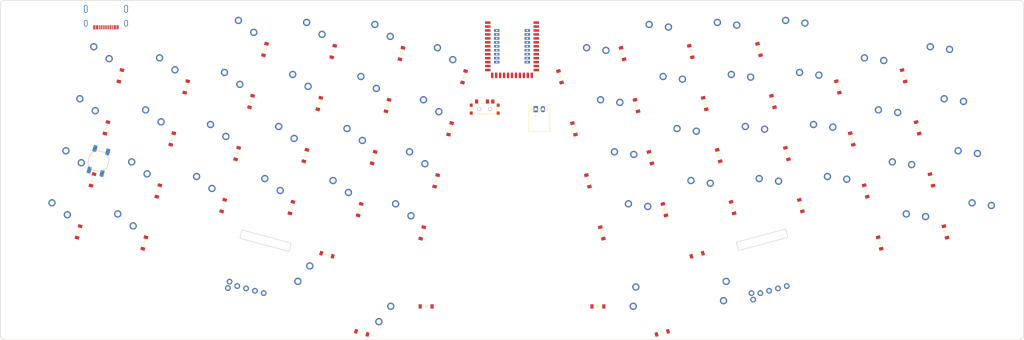
<source format=kicad_pcb>
(kicad_pcb (version 20171130) (host pcbnew 5.1.6)
  (title_block (title tin52v02) (rev v1.0.0) (company Unknown))
  (layers (0 F.Cu signal) (31 B.Cu signal) (34 B.Paste user) (35 F.Paste user) (36 B.SilkS user) (37 F.SilkS user) (38 B.Mask user) (39 F.Mask user) (44 Edge.Cuts user))
  (net 0 "")
  (net 1 "P1")
  (net 2 "outer_bottom")
  (net 3 "P9")
  (net 4 "outer_home")
  (net 5 "P8")
  (net 6 "outer_top")
  (net 7 "P7")
  (net 8 "outer_num")
  (net 9 "P6")
  (net 10 "P0")
  (net 11 "pinky_bottom")
  (net 12 "pinky_home")
  (net 13 "pinky_top")
  (net 14 "pinky_num")
  (net 15 "P2")
  (net 16 "ring_bottom")
  (net 17 "ring_home")
  (net 18 "ring_top")
  (net 19 "ring_num")
  (net 20 "P3")
  (net 21 "middle_bottom")
  (net 22 "middle_home")
  (net 23 "middle_top")
  (net 24 "middle_num")
  (net 25 "P4")
  (net 26 "index_bottom")
  (net 27 "index_home")
  (net 28 "index_top")
  (net 29 "index_num")
  (net 30 "P5")
  (net 31 "inner_bottom")
  (net 32 "inner_home")
  (net 33 "inner_top")
  (net 34 "inner_num")
  (net 35 "outer_thumb")
  (net 36 "P10")
  (net 37 "inner_thumb")
  (net 38 "P21")
  (net 39 "mirror_outer_bottom")
  (net 40 "mirror_outer_home")
  (net 41 "mirror_outer_top")
  (net 42 "mirror_outer_num")
  (net 43 "P20")
  (net 44 "mirror_pinky_bottom")
  (net 45 "mirror_pinky_home")
  (net 46 "mirror_pinky_top")
  (net 47 "mirror_pinky_num")
  (net 48 "P19")
  (net 49 "mirror_ring_bottom")
  (net 50 "mirror_ring_home")
  (net 51 "mirror_ring_top")
  (net 52 "mirror_ring_num")
  (net 53 "P18")
  (net 54 "mirror_middle_bottom")
  (net 55 "mirror_middle_home")
  (net 56 "mirror_middle_top")
  (net 57 "mirror_middle_num")
  (net 58 "P15")
  (net 59 "mirror_index_bottom")
  (net 60 "mirror_index_home")
  (net 61 "mirror_index_top")
  (net 62 "mirror_index_num")
  (net 63 "P14")
  (net 64 "mirror_inner_bottom")
  (net 65 "mirror_inner_home")
  (net 66 "mirror_inner_top")
  (net 67 "mirror_inner_num")
  (net 68 "mirror_outer_thumb")
  (net 69 "mirror_inner_thumb")
  (net 70 "DMIN")
  (net 71 "DPLUS")
  (net 72 "GND")
  (net 73 "P002")
  (net 74 "P003")
  (net 75 "P004")
  (net 76 "P005")
  (net 77 "P006")
  (net 78 "P007")
  (net 79 "P008")
  (net 80 "P009")
  (net 81 "P010")
  (net 82 "P011")
  (net 83 "P012")
  (net 84 "P013")
  (net 85 "P014")
  (net 86 "P015")
  (net 87 "P016")
  (net 88 "P017")
  (net 89 "P018")
  (net 90 "P019")
  (net 91 "P020")
  (net 92 "P021")
  (net 93 "P022")
  (net 94 "P023")
  (net 95 "P024")
  (net 96 "P025")
  (net 97 "P026")
  (net 98 "P027")
  (net 99 "P028")
  (net 100 "P029")
  (net 101 "P030")
  (net 102 "P031")
  (net 103 "P100")
  (net 104 "P101")
  (net 105 "P102")
  (net 106 "P103")
  (net 107 "P104")
  (net 108 "P105")
  (net 109 "P106")
  (net 110 "P107")
  (net 111 "P108")
  (net 112 "P109")
  (net 113 "P110")
  (net 114 "P111")
  (net 115 "P112")
  (net 116 "P113")
  (net 117 "P114")
  (net 118 "P115")
  (net 119 "SWDCLK")
  (net 120 "SWDIO")
  (net 121 "VBUS")
  (net 122 "VDD")
  (net 123 "VCC")
  (net 124 "CC1")
  (net 125 "CC2")
  (net 126 "DN")
  (net 127 "DP")
  (net 128 "RST")
  (net 129 "RAW")
  (net 130 "BAT+")
  (net 131 "BAT-")
  (net 132 "enc_diode")
  (module PG1350 (layer F.Cu) (at 17.8696278 4.7881523 -15)
    (fp_text reference "S1" hide)
    (fp_text value "" hide)
    (pad "" np_thru_hole circle (at 0 0) (size 3.429 3.429) (drill 3.429) (layers *.Cu *.Mask))
    (pad "" np_thru_hole circle (at 5.5 0) (size 1.7018 1.7018) (drill 1.7018) (layers *.Cu *.Mask))
    (pad "" np_thru_hole circle (at -5.5 0) (size 1.7018 1.7018) (drill 1.7018) (layers *.Cu *.Mask))
    (pad 1 thru_hole circle (at 5 -3.8) (size 2.032 2.032) (drill 1.27) (layers *.Cu *.Mask) (net 1 "P1"))
    (pad 2 thru_hole circle (at 0 -5.9) (size 2.032 2.032) (drill 1.27) (layers *.Cu *.Mask) (net 2 "outer_bottom"))
  )
  (module ComboDiode (layer F.Cu) (at 26.804441699999998 7.182228500000001 75)
    (fp_text reference "D1" hide)
    (fp_text value "" hide)
    (pad 1 smd rect (at -1.65 0 75) (size 0.9 1.2) (layers F.Cu F.Paste F.Mask) (net 3 "P9"))
    (pad 2 smd rect (at 1.65 0 75) (size 0.9 1.2) (layers F.Cu F.Paste F.Mask) (net 2 "outer_bottom"))
  )
  (module PG1350 (layer F.Cu) (at 21.7519135 -9.7007351 -15)
    (fp_text reference "S2" hide)
    (fp_text value "" hide)
    (pad "" np_thru_hole circle (at 0 0) (size 3.429 3.429) (drill 3.429) (layers *.Cu *.Mask))
    (pad "" np_thru_hole circle (at 5.5 0) (size 1.7018 1.7018) (drill 1.7018) (layers *.Cu *.Mask))
    (pad "" np_thru_hole circle (at -5.5 0) (size 1.7018 1.7018) (drill 1.7018) (layers *.Cu *.Mask))
    (pad 1 thru_hole circle (at 5 -3.8) (size 2.032 2.032) (drill 1.27) (layers *.Cu *.Mask) (net 1 "P1"))
    (pad 2 thru_hole circle (at 0 -5.9) (size 2.032 2.032) (drill 1.27) (layers *.Cu *.Mask) (net 4 "outer_home"))
  )
  (module ComboDiode (layer F.Cu) (at 30.686727400000002 -7.306658899999999 75)
    (fp_text reference "D2" hide)
    (fp_text value "" hide)
    (pad 1 smd rect (at -1.65 0 75) (size 0.9 1.2) (layers F.Cu F.Paste F.Mask) (net 5 "P8"))
    (pad 2 smd rect (at 1.65 0 75) (size 0.9 1.2) (layers F.Cu F.Paste F.Mask) (net 4 "outer_home"))
  )
  (module PG1350 (layer F.Cu) (at 25.6341991 -24.1896225 -15)
    (fp_text reference "S3" hide)
    (fp_text value "" hide)
    (pad "" np_thru_hole circle (at 0 0) (size 3.429 3.429) (drill 3.429) (layers *.Cu *.Mask))
    (pad "" np_thru_hole circle (at 5.5 0) (size 1.7018 1.7018) (drill 1.7018) (layers *.Cu *.Mask))
    (pad "" np_thru_hole circle (at -5.5 0) (size 1.7018 1.7018) (drill 1.7018) (layers *.Cu *.Mask))
    (pad 1 thru_hole circle (at 5 -3.8) (size 2.032 2.032) (drill 1.27) (layers *.Cu *.Mask) (net 1 "P1"))
    (pad 2 thru_hole circle (at 0 -5.9) (size 2.032 2.032) (drill 1.27) (layers *.Cu *.Mask) (net 6 "outer_top"))
  )
  (module ComboDiode (layer F.Cu) (at 34.569013 -21.795546299999998 75)
    (fp_text reference "D3" hide)
    (fp_text value "" hide)
    (pad 1 smd rect (at -1.65 0 75) (size 0.9 1.2) (layers F.Cu F.Paste F.Mask) (net 7 "P7"))
    (pad 2 smd rect (at 1.65 0 75) (size 0.9 1.2) (layers F.Cu F.Paste F.Mask) (net 6 "outer_top"))
  )
  (module PG1350 (layer F.Cu) (at 29.5164848 -38.6785098 -15)
    (fp_text reference "S4" hide)
    (fp_text value "" hide)
    (pad "" np_thru_hole circle (at 0 0) (size 3.429 3.429) (drill 3.429) (layers *.Cu *.Mask))
    (pad "" np_thru_hole circle (at 5.5 0) (size 1.7018 1.7018) (drill 1.7018) (layers *.Cu *.Mask))
    (pad "" np_thru_hole circle (at -5.5 0) (size 1.7018 1.7018) (drill 1.7018) (layers *.Cu *.Mask))
    (pad 1 thru_hole circle (at 5 -3.8) (size 2.032 2.032) (drill 1.27) (layers *.Cu *.Mask) (net 1 "P1"))
    (pad 2 thru_hole circle (at 0 -5.9) (size 2.032 2.032) (drill 1.27) (layers *.Cu *.Mask) (net 8 "outer_num"))
  )
  (module ComboDiode (layer F.Cu) (at 38.4512987 -36.2844336 75)
    (fp_text reference "D4" hide)
    (fp_text value "" hide)
    (pad 1 smd rect (at -1.65 0 75) (size 0.9 1.2) (layers F.Cu F.Paste F.Mask) (net 9 "P6"))
    (pad 2 smd rect (at 1.65 0 75) (size 0.9 1.2) (layers F.Cu F.Paste F.Mask) (net 8 "outer_num"))
  )
  (module PG1350 (layer F.Cu) (at 36.1921889 7.8859345 -15)
    (fp_text reference "S5" hide)
    (fp_text value "" hide)
    (pad "" np_thru_hole circle (at 0 0) (size 3.429 3.429) (drill 3.429) (layers *.Cu *.Mask))
    (pad "" np_thru_hole circle (at 5.5 0) (size 1.7018 1.7018) (drill 1.7018) (layers *.Cu *.Mask))
    (pad "" np_thru_hole circle (at -5.5 0) (size 1.7018 1.7018) (drill 1.7018) (layers *.Cu *.Mask))
    (pad 1 thru_hole circle (at 5 -3.8) (size 2.032 2.032) (drill 1.27) (layers *.Cu *.Mask) (net 10 "P0"))
    (pad 2 thru_hole circle (at 0 -5.9) (size 2.032 2.032) (drill 1.27) (layers *.Cu *.Mask) (net 11 "pinky_bottom"))
  )
  (module ComboDiode (layer F.Cu) (at 45.1270028 10.2800107 75)
    (fp_text reference "D5" hide)
    (fp_text value "" hide)
    (pad 1 smd rect (at -1.65 0 75) (size 0.9 1.2) (layers F.Cu F.Paste F.Mask) (net 3 "P9"))
    (pad 2 smd rect (at 1.65 0 75) (size 0.9 1.2) (layers F.Cu F.Paste F.Mask) (net 11 "pinky_bottom"))
  )
  (module PG1350 (layer F.Cu) (at 40.0744746 -6.6029529 -15)
    (fp_text reference "S6" hide)
    (fp_text value "" hide)
    (pad "" np_thru_hole circle (at 0 0) (size 3.429 3.429) (drill 3.429) (layers *.Cu *.Mask))
    (pad "" np_thru_hole circle (at 5.5 0) (size 1.7018 1.7018) (drill 1.7018) (layers *.Cu *.Mask))
    (pad "" np_thru_hole circle (at -5.5 0) (size 1.7018 1.7018) (drill 1.7018) (layers *.Cu *.Mask))
    (pad 1 thru_hole circle (at 5 -3.8) (size 2.032 2.032) (drill 1.27) (layers *.Cu *.Mask) (net 10 "P0"))
    (pad 2 thru_hole circle (at 0 -5.9) (size 2.032 2.032) (drill 1.27) (layers *.Cu *.Mask) (net 12 "pinky_home"))
  )
  (module ComboDiode (layer F.Cu) (at 49.009288500000004 -4.208876699999999 75)
    (fp_text reference "D6" hide)
    (fp_text value "" hide)
    (pad 1 smd rect (at -1.65 0 75) (size 0.9 1.2) (layers F.Cu F.Paste F.Mask) (net 5 "P8"))
    (pad 2 smd rect (at 1.65 0 75) (size 0.9 1.2) (layers F.Cu F.Paste F.Mask) (net 12 "pinky_home"))
  )
  (module PG1350 (layer F.Cu) (at 43.9567603 -21.0918403 -15)
    (fp_text reference "S7" hide)
    (fp_text value "" hide)
    (pad "" np_thru_hole circle (at 0 0) (size 3.429 3.429) (drill 3.429) (layers *.Cu *.Mask))
    (pad "" np_thru_hole circle (at 5.5 0) (size 1.7018 1.7018) (drill 1.7018) (layers *.Cu *.Mask))
    (pad "" np_thru_hole circle (at -5.5 0) (size 1.7018 1.7018) (drill 1.7018) (layers *.Cu *.Mask))
    (pad 1 thru_hole circle (at 5 -3.8) (size 2.032 2.032) (drill 1.27) (layers *.Cu *.Mask) (net 10 "P0"))
    (pad 2 thru_hole circle (at 0 -5.9) (size 2.032 2.032) (drill 1.27) (layers *.Cu *.Mask) (net 13 "pinky_top"))
  )
  (module ComboDiode (layer F.Cu) (at 52.8915742 -18.6977641 75)
    (fp_text reference "D7" hide)
    (fp_text value "" hide)
    (pad 1 smd rect (at -1.65 0 75) (size 0.9 1.2) (layers F.Cu F.Paste F.Mask) (net 7 "P7"))
    (pad 2 smd rect (at 1.65 0 75) (size 0.9 1.2) (layers F.Cu F.Paste F.Mask) (net 13 "pinky_top"))
  )
  (module PG1350 (layer F.Cu) (at 47.8390459 -35.5807277 -15)
    (fp_text reference "S8" hide)
    (fp_text value "" hide)
    (pad "" np_thru_hole circle (at 0 0) (size 3.429 3.429) (drill 3.429) (layers *.Cu *.Mask))
    (pad "" np_thru_hole circle (at 5.5 0) (size 1.7018 1.7018) (drill 1.7018) (layers *.Cu *.Mask))
    (pad "" np_thru_hole circle (at -5.5 0) (size 1.7018 1.7018) (drill 1.7018) (layers *.Cu *.Mask))
    (pad 1 thru_hole circle (at 5 -3.8) (size 2.032 2.032) (drill 1.27) (layers *.Cu *.Mask) (net 10 "P0"))
    (pad 2 thru_hole circle (at 0 -5.9) (size 2.032 2.032) (drill 1.27) (layers *.Cu *.Mask) (net 14 "pinky_num"))
  )
  (module ComboDiode (layer F.Cu) (at 56.773859800000004 -33.186651499999996 75)
    (fp_text reference "D8" hide)
    (fp_text value "" hide)
    (pad 1 smd rect (at -1.65 0 75) (size 0.9 1.2) (layers F.Cu F.Paste F.Mask) (net 9 "P6"))
    (pad 2 smd rect (at 1.65 0 75) (size 0.9 1.2) (layers F.Cu F.Paste F.Mask) (net 14 "pinky_num"))
  )
  (module PG1350 (layer F.Cu) (at 58.1382166 -2.539245 -15)
    (fp_text reference "S9" hide)
    (fp_text value "" hide)
    (pad "" np_thru_hole circle (at 0 0) (size 3.429 3.429) (drill 3.429) (layers *.Cu *.Mask))
    (pad "" np_thru_hole circle (at 5.5 0) (size 1.7018 1.7018) (drill 1.7018) (layers *.Cu *.Mask))
    (pad "" np_thru_hole circle (at -5.5 0) (size 1.7018 1.7018) (drill 1.7018) (layers *.Cu *.Mask))
    (pad 1 thru_hole circle (at 5 -3.8) (size 2.032 2.032) (drill 1.27) (layers *.Cu *.Mask) (net 15 "P2"))
    (pad 2 thru_hole circle (at 0 -5.9) (size 2.032 2.032) (drill 1.27) (layers *.Cu *.Mask) (net 16 "ring_bottom"))
  )
  (module ComboDiode (layer F.Cu) (at 67.0730305 -0.1451688 75)
    (fp_text reference "D9" hide)
    (fp_text value "" hide)
    (pad 1 smd rect (at -1.65 0 75) (size 0.9 1.2) (layers F.Cu F.Paste F.Mask) (net 3 "P9"))
    (pad 2 smd rect (at 1.65 0 75) (size 0.9 1.2) (layers F.Cu F.Paste F.Mask) (net 16 "ring_bottom"))
  )
  (module PG1350 (layer F.Cu) (at 62.0205023 -17.0281324 -15)
    (fp_text reference "S10" hide)
    (fp_text value "" hide)
    (pad "" np_thru_hole circle (at 0 0) (size 3.429 3.429) (drill 3.429) (layers *.Cu *.Mask))
    (pad "" np_thru_hole circle (at 5.5 0) (size 1.7018 1.7018) (drill 1.7018) (layers *.Cu *.Mask))
    (pad "" np_thru_hole circle (at -5.5 0) (size 1.7018 1.7018) (drill 1.7018) (layers *.Cu *.Mask))
    (pad 1 thru_hole circle (at 5 -3.8) (size 2.032 2.032) (drill 1.27) (layers *.Cu *.Mask) (net 15 "P2"))
    (pad 2 thru_hole circle (at 0 -5.9) (size 2.032 2.032) (drill 1.27) (layers *.Cu *.Mask) (net 17 "ring_home"))
  )
  (module ComboDiode (layer F.Cu) (at 70.9553162 -14.6340562 75)
    (fp_text reference "D10" hide)
    (fp_text value "" hide)
    (pad 1 smd rect (at -1.65 0 75) (size 0.9 1.2) (layers F.Cu F.Paste F.Mask) (net 5 "P8"))
    (pad 2 smd rect (at 1.65 0 75) (size 0.9 1.2) (layers F.Cu F.Paste F.Mask) (net 17 "ring_home"))
  )
  (module PG1350 (layer F.Cu) (at 65.902788 -31.5170197 -15)
    (fp_text reference "S11" hide)
    (fp_text value "" hide)
    (pad "" np_thru_hole circle (at 0 0) (size 3.429 3.429) (drill 3.429) (layers *.Cu *.Mask))
    (pad "" np_thru_hole circle (at 5.5 0) (size 1.7018 1.7018) (drill 1.7018) (layers *.Cu *.Mask))
    (pad "" np_thru_hole circle (at -5.5 0) (size 1.7018 1.7018) (drill 1.7018) (layers *.Cu *.Mask))
    (pad 1 thru_hole circle (at 5 -3.8) (size 2.032 2.032) (drill 1.27) (layers *.Cu *.Mask) (net 15 "P2"))
    (pad 2 thru_hole circle (at 0 -5.9) (size 2.032 2.032) (drill 1.27) (layers *.Cu *.Mask) (net 18 "ring_top"))
  )
  (module ComboDiode (layer F.Cu) (at 74.8376019 -29.122943499999998 75)
    (fp_text reference "D11" hide)
    (fp_text value "" hide)
    (pad 1 smd rect (at -1.65 0 75) (size 0.9 1.2) (layers F.Cu F.Paste F.Mask) (net 7 "P7"))
    (pad 2 smd rect (at 1.65 0 75) (size 0.9 1.2) (layers F.Cu F.Paste F.Mask) (net 18 "ring_top"))
  )
  (module PG1350 (layer F.Cu) (at 69.7850737 -46.0059071 -15)
    (fp_text reference "S12" hide)
    (fp_text value "" hide)
    (pad "" np_thru_hole circle (at 0 0) (size 3.429 3.429) (drill 3.429) (layers *.Cu *.Mask))
    (pad "" np_thru_hole circle (at 5.5 0) (size 1.7018 1.7018) (drill 1.7018) (layers *.Cu *.Mask))
    (pad "" np_thru_hole circle (at -5.5 0) (size 1.7018 1.7018) (drill 1.7018) (layers *.Cu *.Mask))
    (pad 1 thru_hole circle (at 5 -3.8) (size 2.032 2.032) (drill 1.27) (layers *.Cu *.Mask) (net 15 "P2"))
    (pad 2 thru_hole circle (at 0 -5.9) (size 2.032 2.032) (drill 1.27) (layers *.Cu *.Mask) (net 19 "ring_num"))
  )
  (module ComboDiode (layer F.Cu) (at 78.71988759999999 -43.6118309 75)
    (fp_text reference "D12" hide)
    (fp_text value "" hide)
    (pad 1 smd rect (at -1.65 0 75) (size 0.9 1.2) (layers F.Cu F.Paste F.Mask) (net 9 "P6"))
    (pad 2 smd rect (at 1.65 0 75) (size 0.9 1.2) (layers F.Cu F.Paste F.Mask) (net 19 "ring_num"))
  )
  (module PG1350 (layer F.Cu) (at 77.1401778 -1.9770181 -15)
    (fp_text reference "S13" hide)
    (fp_text value "" hide)
    (pad "" np_thru_hole circle (at 0 0) (size 3.429 3.429) (drill 3.429) (layers *.Cu *.Mask))
    (pad "" np_thru_hole circle (at 5.5 0) (size 1.7018 1.7018) (drill 1.7018) (layers *.Cu *.Mask))
    (pad "" np_thru_hole circle (at -5.5 0) (size 1.7018 1.7018) (drill 1.7018) (layers *.Cu *.Mask))
    (pad 1 thru_hole circle (at 5 -3.8) (size 2.032 2.032) (drill 1.27) (layers *.Cu *.Mask) (net 20 "P3"))
    (pad 2 thru_hole circle (at 0 -5.9) (size 2.032 2.032) (drill 1.27) (layers *.Cu *.Mask) (net 21 "middle_bottom"))
  )
  (module ComboDiode (layer F.Cu) (at 86.0749917 0.4170581000000002 75)
    (fp_text reference "D13" hide)
    (fp_text value "" hide)
    (pad 1 smd rect (at -1.65 0 75) (size 0.9 1.2) (layers F.Cu F.Paste F.Mask) (net 3 "P9"))
    (pad 2 smd rect (at 1.65 0 75) (size 0.9 1.2) (layers F.Cu F.Paste F.Mask) (net 21 "middle_bottom"))
  )
  (module PG1350 (layer F.Cu) (at 81.0224634 -16.4659055 -15)
    (fp_text reference "S14" hide)
    (fp_text value "" hide)
    (pad "" np_thru_hole circle (at 0 0) (size 3.429 3.429) (drill 3.429) (layers *.Cu *.Mask))
    (pad "" np_thru_hole circle (at 5.5 0) (size 1.7018 1.7018) (drill 1.7018) (layers *.Cu *.Mask))
    (pad "" np_thru_hole circle (at -5.5 0) (size 1.7018 1.7018) (drill 1.7018) (layers *.Cu *.Mask))
    (pad 1 thru_hole circle (at 5 -3.8) (size 2.032 2.032) (drill 1.27) (layers *.Cu *.Mask) (net 20 "P3"))
    (pad 2 thru_hole circle (at 0 -5.9) (size 2.032 2.032) (drill 1.27) (layers *.Cu *.Mask) (net 22 "middle_home"))
  )
  (module ComboDiode (layer F.Cu) (at 89.9572773 -14.071829300000001 75)
    (fp_text reference "D14" hide)
    (fp_text value "" hide)
    (pad 1 smd rect (at -1.65 0 75) (size 0.9 1.2) (layers F.Cu F.Paste F.Mask) (net 5 "P8"))
    (pad 2 smd rect (at 1.65 0 75) (size 0.9 1.2) (layers F.Cu F.Paste F.Mask) (net 22 "middle_home"))
  )
  (module PG1350 (layer F.Cu) (at 84.9047491 -30.9547929 -15)
    (fp_text reference "S15" hide)
    (fp_text value "" hide)
    (pad "" np_thru_hole circle (at 0 0) (size 3.429 3.429) (drill 3.429) (layers *.Cu *.Mask))
    (pad "" np_thru_hole circle (at 5.5 0) (size 1.7018 1.7018) (drill 1.7018) (layers *.Cu *.Mask))
    (pad "" np_thru_hole circle (at -5.5 0) (size 1.7018 1.7018) (drill 1.7018) (layers *.Cu *.Mask))
    (pad 1 thru_hole circle (at 5 -3.8) (size 2.032 2.032) (drill 1.27) (layers *.Cu *.Mask) (net 20 "P3"))
    (pad 2 thru_hole circle (at 0 -5.9) (size 2.032 2.032) (drill 1.27) (layers *.Cu *.Mask) (net 23 "middle_top"))
  )
  (module ComboDiode (layer F.Cu) (at 93.839563 -28.5607167 75)
    (fp_text reference "D15" hide)
    (fp_text value "" hide)
    (pad 1 smd rect (at -1.65 0 75) (size 0.9 1.2) (layers F.Cu F.Paste F.Mask) (net 7 "P7"))
    (pad 2 smd rect (at 1.65 0 75) (size 0.9 1.2) (layers F.Cu F.Paste F.Mask) (net 23 "middle_top"))
  )
  (module PG1350 (layer F.Cu) (at 88.7870348 -45.4436803 -15)
    (fp_text reference "S16" hide)
    (fp_text value "" hide)
    (pad "" np_thru_hole circle (at 0 0) (size 3.429 3.429) (drill 3.429) (layers *.Cu *.Mask))
    (pad "" np_thru_hole circle (at 5.5 0) (size 1.7018 1.7018) (drill 1.7018) (layers *.Cu *.Mask))
    (pad "" np_thru_hole circle (at -5.5 0) (size 1.7018 1.7018) (drill 1.7018) (layers *.Cu *.Mask))
    (pad 1 thru_hole circle (at 5 -3.8) (size 2.032 2.032) (drill 1.27) (layers *.Cu *.Mask) (net 20 "P3"))
    (pad 2 thru_hole circle (at 0 -5.9) (size 2.032 2.032) (drill 1.27) (layers *.Cu *.Mask) (net 24 "middle_num"))
  )
  (module ComboDiode (layer F.Cu) (at 97.7218487 -43.049604099999996 75)
    (fp_text reference "D16" hide)
    (fp_text value "" hide)
    (pad 1 smd rect (at -1.65 0 75) (size 0.9 1.2) (layers F.Cu F.Paste F.Mask) (net 9 "P6"))
    (pad 2 smd rect (at 1.65 0 75) (size 0.9 1.2) (layers F.Cu F.Paste F.Mask) (net 24 "middle_num"))
  )
  (module PG1350 (layer F.Cu) (at 96.1421389 -1.4147913 -15)
    (fp_text reference "S17" hide)
    (fp_text value "" hide)
    (pad "" np_thru_hole circle (at 0 0) (size 3.429 3.429) (drill 3.429) (layers *.Cu *.Mask))
    (pad "" np_thru_hole circle (at 5.5 0) (size 1.7018 1.7018) (drill 1.7018) (layers *.Cu *.Mask))
    (pad "" np_thru_hole circle (at -5.5 0) (size 1.7018 1.7018) (drill 1.7018) (layers *.Cu *.Mask))
    (pad 1 thru_hole circle (at 5 -3.8) (size 2.032 2.032) (drill 1.27) (layers *.Cu *.Mask) (net 25 "P4"))
    (pad 2 thru_hole circle (at 0 -5.9) (size 2.032 2.032) (drill 1.27) (layers *.Cu *.Mask) (net 26 "index_bottom"))
  )
  (module ComboDiode (layer F.Cu) (at 105.0769528 0.9792849000000001 75)
    (fp_text reference "D17" hide)
    (fp_text value "" hide)
    (pad 1 smd rect (at -1.65 0 75) (size 0.9 1.2) (layers F.Cu F.Paste F.Mask) (net 3 "P9"))
    (pad 2 smd rect (at 1.65 0 75) (size 0.9 1.2) (layers F.Cu F.Paste F.Mask) (net 26 "index_bottom"))
  )
  (module PG1350 (layer F.Cu) (at 100.0244245 -15.9036787 -15)
    (fp_text reference "S18" hide)
    (fp_text value "" hide)
    (pad "" np_thru_hole circle (at 0 0) (size 3.429 3.429) (drill 3.429) (layers *.Cu *.Mask))
    (pad "" np_thru_hole circle (at 5.5 0) (size 1.7018 1.7018) (drill 1.7018) (layers *.Cu *.Mask))
    (pad "" np_thru_hole circle (at -5.5 0) (size 1.7018 1.7018) (drill 1.7018) (layers *.Cu *.Mask))
    (pad 1 thru_hole circle (at 5 -3.8) (size 2.032 2.032) (drill 1.27) (layers *.Cu *.Mask) (net 25 "P4"))
    (pad 2 thru_hole circle (at 0 -5.9) (size 2.032 2.032) (drill 1.27) (layers *.Cu *.Mask) (net 27 "index_home"))
  )
  (module ComboDiode (layer F.Cu) (at 108.95923839999999 -13.5096025 75)
    (fp_text reference "D18" hide)
    (fp_text value "" hide)
    (pad 1 smd rect (at -1.65 0 75) (size 0.9 1.2) (layers F.Cu F.Paste F.Mask) (net 5 "P8"))
    (pad 2 smd rect (at 1.65 0 75) (size 0.9 1.2) (layers F.Cu F.Paste F.Mask) (net 27 "index_home"))
  )
  (module PG1350 (layer F.Cu) (at 103.9067102 -30.3925661 -15)
    (fp_text reference "S19" hide)
    (fp_text value "" hide)
    (pad "" np_thru_hole circle (at 0 0) (size 3.429 3.429) (drill 3.429) (layers *.Cu *.Mask))
    (pad "" np_thru_hole circle (at 5.5 0) (size 1.7018 1.7018) (drill 1.7018) (layers *.Cu *.Mask))
    (pad "" np_thru_hole circle (at -5.5 0) (size 1.7018 1.7018) (drill 1.7018) (layers *.Cu *.Mask))
    (pad 1 thru_hole circle (at 5 -3.8) (size 2.032 2.032) (drill 1.27) (layers *.Cu *.Mask) (net 25 "P4"))
    (pad 2 thru_hole circle (at 0 -5.9) (size 2.032 2.032) (drill 1.27) (layers *.Cu *.Mask) (net 28 "index_top"))
  )
  (module ComboDiode (layer F.Cu) (at 112.8415241 -27.9984899 75)
    (fp_text reference "D19" hide)
    (fp_text value "" hide)
    (pad 1 smd rect (at -1.65 0 75) (size 0.9 1.2) (layers F.Cu F.Paste F.Mask) (net 7 "P7"))
    (pad 2 smd rect (at 1.65 0 75) (size 0.9 1.2) (layers F.Cu F.Paste F.Mask) (net 28 "index_top"))
  )
  (module PG1350 (layer F.Cu) (at 107.7889959 -44.8814535 -15)
    (fp_text reference "S20" hide)
    (fp_text value "" hide)
    (pad "" np_thru_hole circle (at 0 0) (size 3.429 3.429) (drill 3.429) (layers *.Cu *.Mask))
    (pad "" np_thru_hole circle (at 5.5 0) (size 1.7018 1.7018) (drill 1.7018) (layers *.Cu *.Mask))
    (pad "" np_thru_hole circle (at -5.5 0) (size 1.7018 1.7018) (drill 1.7018) (layers *.Cu *.Mask))
    (pad 1 thru_hole circle (at 5 -3.8) (size 2.032 2.032) (drill 1.27) (layers *.Cu *.Mask) (net 25 "P4"))
    (pad 2 thru_hole circle (at 0 -5.9) (size 2.032 2.032) (drill 1.27) (layers *.Cu *.Mask) (net 29 "index_num"))
  )
  (module ComboDiode (layer F.Cu) (at 116.7238098 -42.4873773 75)
    (fp_text reference "D20" hide)
    (fp_text value "" hide)
    (pad 1 smd rect (at -1.65 0 75) (size 0.9 1.2) (layers F.Cu F.Paste F.Mask) (net 9 "P6"))
    (pad 2 smd rect (at 1.65 0 75) (size 0.9 1.2) (layers F.Cu F.Paste F.Mask) (net 29 "index_num"))
  )
  (module PG1350 (layer F.Cu) (at 113.5588333 5.0637313 -15)
    (fp_text reference "S21" hide)
    (fp_text value "" hide)
    (pad "" np_thru_hole circle (at 0 0) (size 3.429 3.429) (drill 3.429) (layers *.Cu *.Mask))
    (pad "" np_thru_hole circle (at 5.5 0) (size 1.7018 1.7018) (drill 1.7018) (layers *.Cu *.Mask))
    (pad "" np_thru_hole circle (at -5.5 0) (size 1.7018 1.7018) (drill 1.7018) (layers *.Cu *.Mask))
    (pad 1 thru_hole circle (at 5 -3.8) (size 2.032 2.032) (drill 1.27) (layers *.Cu *.Mask) (net 30 "P5"))
    (pad 2 thru_hole circle (at 0 -5.9) (size 2.032 2.032) (drill 1.27) (layers *.Cu *.Mask) (net 31 "inner_bottom"))
  )
  (module ComboDiode (layer F.Cu) (at 122.4936472 7.4578074999999995 75)
    (fp_text reference "D21" hide)
    (fp_text value "" hide)
    (pad 1 smd rect (at -1.65 0 75) (size 0.9 1.2) (layers F.Cu F.Paste F.Mask) (net 3 "P9"))
    (pad 2 smd rect (at 1.65 0 75) (size 0.9 1.2) (layers F.Cu F.Paste F.Mask) (net 31 "inner_bottom"))
  )
  (module PG1350 (layer F.Cu) (at 117.441119 -9.4251561 -15)
    (fp_text reference "S22" hide)
    (fp_text value "" hide)
    (pad "" np_thru_hole circle (at 0 0) (size 3.429 3.429) (drill 3.429) (layers *.Cu *.Mask))
    (pad "" np_thru_hole circle (at 5.5 0) (size 1.7018 1.7018) (drill 1.7018) (layers *.Cu *.Mask))
    (pad "" np_thru_hole circle (at -5.5 0) (size 1.7018 1.7018) (drill 1.7018) (layers *.Cu *.Mask))
    (pad 1 thru_hole circle (at 5 -3.8) (size 2.032 2.032) (drill 1.27) (layers *.Cu *.Mask) (net 30 "P5"))
    (pad 2 thru_hole circle (at 0 -5.9) (size 2.032 2.032) (drill 1.27) (layers *.Cu *.Mask) (net 32 "inner_home"))
  )
  (module ComboDiode (layer F.Cu) (at 126.3759329 -7.0310799 75)
    (fp_text reference "D22" hide)
    (fp_text value "" hide)
    (pad 1 smd rect (at -1.65 0 75) (size 0.9 1.2) (layers F.Cu F.Paste F.Mask) (net 5 "P8"))
    (pad 2 smd rect (at 1.65 0 75) (size 0.9 1.2) (layers F.Cu F.Paste F.Mask) (net 32 "inner_home"))
  )
  (module PG1350 (layer F.Cu) (at 121.3234047 -23.9140435 -15)
    (fp_text reference "S23" hide)
    (fp_text value "" hide)
    (pad "" np_thru_hole circle (at 0 0) (size 3.429 3.429) (drill 3.429) (layers *.Cu *.Mask))
    (pad "" np_thru_hole circle (at 5.5 0) (size 1.7018 1.7018) (drill 1.7018) (layers *.Cu *.Mask))
    (pad "" np_thru_hole circle (at -5.5 0) (size 1.7018 1.7018) (drill 1.7018) (layers *.Cu *.Mask))
    (pad 1 thru_hole circle (at 5 -3.8) (size 2.032 2.032) (drill 1.27) (layers *.Cu *.Mask) (net 30 "P5"))
    (pad 2 thru_hole circle (at 0 -5.9) (size 2.032 2.032) (drill 1.27) (layers *.Cu *.Mask) (net 33 "inner_top"))
  )
  (module ComboDiode (layer F.Cu) (at 130.2582186 -21.519967299999998 75)
    (fp_text reference "D23" hide)
    (fp_text value "" hide)
    (pad 1 smd rect (at -1.65 0 75) (size 0.9 1.2) (layers F.Cu F.Paste F.Mask) (net 7 "P7"))
    (pad 2 smd rect (at 1.65 0 75) (size 0.9 1.2) (layers F.Cu F.Paste F.Mask) (net 33 "inner_top"))
  )
  (module PG1350 (layer F.Cu) (at 125.2056904 -38.4029309 -15)
    (fp_text reference "S24" hide)
    (fp_text value "" hide)
    (pad "" np_thru_hole circle (at 0 0) (size 3.429 3.429) (drill 3.429) (layers *.Cu *.Mask))
    (pad "" np_thru_hole circle (at 5.5 0) (size 1.7018 1.7018) (drill 1.7018) (layers *.Cu *.Mask))
    (pad "" np_thru_hole circle (at -5.5 0) (size 1.7018 1.7018) (drill 1.7018) (layers *.Cu *.Mask))
    (pad 1 thru_hole circle (at 5 -3.8) (size 2.032 2.032) (drill 1.27) (layers *.Cu *.Mask) (net 30 "P5"))
    (pad 2 thru_hole circle (at 0 -5.9) (size 2.032 2.032) (drill 1.27) (layers *.Cu *.Mask) (net 34 "inner_num"))
  )
  (module ComboDiode (layer F.Cu) (at 134.1405043 -36.0088547 75)
    (fp_text reference "D24" hide)
    (fp_text value "" hide)
    (pad 1 smd rect (at -1.65 0 75) (size 0.9 1.2) (layers F.Cu F.Paste F.Mask) (net 9 "P6"))
    (pad 2 smd rect (at 1.65 0 75) (size 0.9 1.2) (layers F.Cu F.Paste F.Mask) (net 34 "inner_num"))
  )
  (module PG1350 (layer F.Cu) (at 93.5691121 22.4835776 75)
    (fp_text reference "S25" hide)
    (fp_text value "" hide)
    (pad "" np_thru_hole circle (at 0 0) (size 3.429 3.429) (drill 3.429) (layers *.Cu *.Mask))
    (pad "" np_thru_hole circle (at 5.5 0) (size 1.7018 1.7018) (drill 1.7018) (layers *.Cu *.Mask))
    (pad "" np_thru_hole circle (at -5.5 0) (size 1.7018 1.7018) (drill 1.7018) (layers *.Cu *.Mask))
    (pad 1 thru_hole circle (at 5 -3.8) (size 2.032 2.032) (drill 1.27) (layers *.Cu *.Mask) (net 25 "P4"))
    (pad 2 thru_hole circle (at 0 -5.9) (size 2.032 2.032) (drill 1.27) (layers *.Cu *.Mask) (net 35 "outer_thumb"))
  )
  (module ComboDiode (layer F.Cu) (at 95.9631883 13.5487637 165)
    (fp_text reference "D25" hide)
    (fp_text value "" hide)
    (pad 1 smd rect (at -1.65 0 165) (size 0.9 1.2) (layers F.Cu F.Paste F.Mask) (net 36 "P10"))
    (pad 2 smd rect (at 1.65 0 165) (size 0.9 1.2) (layers F.Cu F.Paste F.Mask) (net 35 "outer_thumb"))
  )
  (module PG1350 (layer F.Cu) (at 108.0579995 26.3658632 -105)
    (fp_text reference "S26" hide)
    (fp_text value "" hide)
    (pad "" np_thru_hole circle (at 0 0) (size 3.429 3.429) (drill 3.429) (layers *.Cu *.Mask))
    (pad "" np_thru_hole circle (at 5.5 0) (size 1.7018 1.7018) (drill 1.7018) (layers *.Cu *.Mask))
    (pad "" np_thru_hole circle (at -5.5 0) (size 1.7018 1.7018) (drill 1.7018) (layers *.Cu *.Mask))
    (pad 1 thru_hole circle (at 5 -3.8) (size 2.032 2.032) (drill 1.27) (layers *.Cu *.Mask) (net 30 "P5"))
    (pad 2 thru_hole circle (at 0 -5.9) (size 2.032 2.032) (drill 1.27) (layers *.Cu *.Mask) (net 37 "inner_thumb"))
  )
  (module ComboDiode (layer F.Cu) (at 105.6639233 35.3006771 -15)
    (fp_text reference "D26" hide)
    (fp_text value "" hide)
    (pad 1 smd rect (at -1.65 0 -15) (size 0.9 1.2) (layers F.Cu F.Paste F.Mask) (net 36 "P10"))
    (pad 2 smd rect (at 1.65 0 -15) (size 0.9 1.2) (layers F.Cu F.Paste F.Mask) (net 37 "inner_thumb"))
  )
  (module PG1350 (layer F.Cu) (at 277.137671 4.7881523 15)
    (fp_text reference "S27" hide)
    (fp_text value "" hide)
    (pad "" np_thru_hole circle (at 0 0) (size 3.429 3.429) (drill 3.429) (layers *.Cu *.Mask))
    (pad "" np_thru_hole circle (at 5.5 0) (size 1.7018 1.7018) (drill 1.7018) (layers *.Cu *.Mask))
    (pad "" np_thru_hole circle (at -5.5 0) (size 1.7018 1.7018) (drill 1.7018) (layers *.Cu *.Mask))
    (pad 1 thru_hole circle (at 5 -3.8) (size 2.032 2.032) (drill 1.27) (layers *.Cu *.Mask) (net 38 "P21"))
    (pad 2 thru_hole circle (at 0 -5.9) (size 2.032 2.032) (drill 1.27) (layers *.Cu *.Mask) (net 39 "mirror_outer_bottom"))
  )
  (module ComboDiode (layer F.Cu) (at 268.2028571 7.182228500000001 -75)
    (fp_text reference "D27" hide)
    (fp_text value "" hide)
    (pad 1 smd rect (at -1.65 0 -75) (size 0.9 1.2) (layers F.Cu F.Paste F.Mask) (net 3 "P9"))
    (pad 2 smd rect (at 1.65 0 -75) (size 0.9 1.2) (layers F.Cu F.Paste F.Mask) (net 39 "mirror_outer_bottom"))
  )
  (module PG1350 (layer F.Cu) (at 273.2553853 -9.7007351 15)
    (fp_text reference "S28" hide)
    (fp_text value "" hide)
    (pad "" np_thru_hole circle (at 0 0) (size 3.429 3.429) (drill 3.429) (layers *.Cu *.Mask))
    (pad "" np_thru_hole circle (at 5.5 0) (size 1.7018 1.7018) (drill 1.7018) (layers *.Cu *.Mask))
    (pad "" np_thru_hole circle (at -5.5 0) (size 1.7018 1.7018) (drill 1.7018) (layers *.Cu *.Mask))
    (pad 1 thru_hole circle (at 5 -3.8) (size 2.032 2.032) (drill 1.27) (layers *.Cu *.Mask) (net 38 "P21"))
    (pad 2 thru_hole circle (at 0 -5.9) (size 2.032 2.032) (drill 1.27) (layers *.Cu *.Mask) (net 40 "mirror_outer_home"))
  )
  (module ComboDiode (layer F.Cu) (at 264.3205714 -7.306658899999999 -75)
    (fp_text reference "D28" hide)
    (fp_text value "" hide)
    (pad 1 smd rect (at -1.65 0 -75) (size 0.9 1.2) (layers F.Cu F.Paste F.Mask) (net 5 "P8"))
    (pad 2 smd rect (at 1.65 0 -75) (size 0.9 1.2) (layers F.Cu F.Paste F.Mask) (net 40 "mirror_outer_home"))
  )
  (module PG1350 (layer F.Cu) (at 269.3730997 -24.1896225 15)
    (fp_text reference "S29" hide)
    (fp_text value "" hide)
    (pad "" np_thru_hole circle (at 0 0) (size 3.429 3.429) (drill 3.429) (layers *.Cu *.Mask))
    (pad "" np_thru_hole circle (at 5.5 0) (size 1.7018 1.7018) (drill 1.7018) (layers *.Cu *.Mask))
    (pad "" np_thru_hole circle (at -5.5 0) (size 1.7018 1.7018) (drill 1.7018) (layers *.Cu *.Mask))
    (pad 1 thru_hole circle (at 5 -3.8) (size 2.032 2.032) (drill 1.27) (layers *.Cu *.Mask) (net 38 "P21"))
    (pad 2 thru_hole circle (at 0 -5.9) (size 2.032 2.032) (drill 1.27) (layers *.Cu *.Mask) (net 41 "mirror_outer_top"))
  )
  (module ComboDiode (layer F.Cu) (at 260.4382858 -21.795546299999998 -75)
    (fp_text reference "D29" hide)
    (fp_text value "" hide)
    (pad 1 smd rect (at -1.65 0 -75) (size 0.9 1.2) (layers F.Cu F.Paste F.Mask) (net 7 "P7"))
    (pad 2 smd rect (at 1.65 0 -75) (size 0.9 1.2) (layers F.Cu F.Paste F.Mask) (net 41 "mirror_outer_top"))
  )
  (module PG1350 (layer F.Cu) (at 265.490814 -38.6785098 15)
    (fp_text reference "S30" hide)
    (fp_text value "" hide)
    (pad "" np_thru_hole circle (at 0 0) (size 3.429 3.429) (drill 3.429) (layers *.Cu *.Mask))
    (pad "" np_thru_hole circle (at 5.5 0) (size 1.7018 1.7018) (drill 1.7018) (layers *.Cu *.Mask))
    (pad "" np_thru_hole circle (at -5.5 0) (size 1.7018 1.7018) (drill 1.7018) (layers *.Cu *.Mask))
    (pad 1 thru_hole circle (at 5 -3.8) (size 2.032 2.032) (drill 1.27) (layers *.Cu *.Mask) (net 38 "P21"))
    (pad 2 thru_hole circle (at 0 -5.9) (size 2.032 2.032) (drill 1.27) (layers *.Cu *.Mask) (net 42 "mirror_outer_num"))
  )
  (module ComboDiode (layer F.Cu) (at 256.5560001 -36.2844336 -75)
    (fp_text reference "D30" hide)
    (fp_text value "" hide)
    (pad 1 smd rect (at -1.65 0 -75) (size 0.9 1.2) (layers F.Cu F.Paste F.Mask) (net 9 "P6"))
    (pad 2 smd rect (at 1.65 0 -75) (size 0.9 1.2) (layers F.Cu F.Paste F.Mask) (net 42 "mirror_outer_num"))
  )
  (module PG1350 (layer F.Cu) (at 258.8151099 7.8859345 15)
    (fp_text reference "S31" hide)
    (fp_text value "" hide)
    (pad "" np_thru_hole circle (at 0 0) (size 3.429 3.429) (drill 3.429) (layers *.Cu *.Mask))
    (pad "" np_thru_hole circle (at 5.5 0) (size 1.7018 1.7018) (drill 1.7018) (layers *.Cu *.Mask))
    (pad "" np_thru_hole circle (at -5.5 0) (size 1.7018 1.7018) (drill 1.7018) (layers *.Cu *.Mask))
    (pad 1 thru_hole circle (at 5 -3.8) (size 2.032 2.032) (drill 1.27) (layers *.Cu *.Mask) (net 43 "P20"))
    (pad 2 thru_hole circle (at 0 -5.9) (size 2.032 2.032) (drill 1.27) (layers *.Cu *.Mask) (net 44 "mirror_pinky_bottom"))
  )
  (module ComboDiode (layer F.Cu) (at 249.880296 10.2800107 -75)
    (fp_text reference "D31" hide)
    (fp_text value "" hide)
    (pad 1 smd rect (at -1.65 0 -75) (size 0.9 1.2) (layers F.Cu F.Paste F.Mask) (net 3 "P9"))
    (pad 2 smd rect (at 1.65 0 -75) (size 0.9 1.2) (layers F.Cu F.Paste F.Mask) (net 44 "mirror_pinky_bottom"))
  )
  (module PG1350 (layer F.Cu) (at 254.9328242 -6.6029529 15)
    (fp_text reference "S32" hide)
    (fp_text value "" hide)
    (pad "" np_thru_hole circle (at 0 0) (size 3.429 3.429) (drill 3.429) (layers *.Cu *.Mask))
    (pad "" np_thru_hole circle (at 5.5 0) (size 1.7018 1.7018) (drill 1.7018) (layers *.Cu *.Mask))
    (pad "" np_thru_hole circle (at -5.5 0) (size 1.7018 1.7018) (drill 1.7018) (layers *.Cu *.Mask))
    (pad 1 thru_hole circle (at 5 -3.8) (size 2.032 2.032) (drill 1.27) (layers *.Cu *.Mask) (net 43 "P20"))
    (pad 2 thru_hole circle (at 0 -5.9) (size 2.032 2.032) (drill 1.27) (layers *.Cu *.Mask) (net 45 "mirror_pinky_home"))
  )
  (module ComboDiode (layer F.Cu) (at 245.9980103 -4.208876699999999 -75)
    (fp_text reference "D32" hide)
    (fp_text value "" hide)
    (pad 1 smd rect (at -1.65 0 -75) (size 0.9 1.2) (layers F.Cu F.Paste F.Mask) (net 5 "P8"))
    (pad 2 smd rect (at 1.65 0 -75) (size 0.9 1.2) (layers F.Cu F.Paste F.Mask) (net 45 "mirror_pinky_home"))
  )
  (module PG1350 (layer F.Cu) (at 251.05053850000002 -21.0918403 15)
    (fp_text reference "S33" hide)
    (fp_text value "" hide)
    (pad "" np_thru_hole circle (at 0 0) (size 3.429 3.429) (drill 3.429) (layers *.Cu *.Mask))
    (pad "" np_thru_hole circle (at 5.5 0) (size 1.7018 1.7018) (drill 1.7018) (layers *.Cu *.Mask))
    (pad "" np_thru_hole circle (at -5.5 0) (size 1.7018 1.7018) (drill 1.7018) (layers *.Cu *.Mask))
    (pad 1 thru_hole circle (at 5 -3.8) (size 2.032 2.032) (drill 1.27) (layers *.Cu *.Mask) (net 43 "P20"))
    (pad 2 thru_hole circle (at 0 -5.9) (size 2.032 2.032) (drill 1.27) (layers *.Cu *.Mask) (net 46 "mirror_pinky_top"))
  )
  (module ComboDiode (layer F.Cu) (at 242.11572460000002 -18.6977641 -75)
    (fp_text reference "D33" hide)
    (fp_text value "" hide)
    (pad 1 smd rect (at -1.65 0 -75) (size 0.9 1.2) (layers F.Cu F.Paste F.Mask) (net 7 "P7"))
    (pad 2 smd rect (at 1.65 0 -75) (size 0.9 1.2) (layers F.Cu F.Paste F.Mask) (net 46 "mirror_pinky_top"))
  )
  (module PG1350 (layer F.Cu) (at 247.1682529 -35.5807277 15)
    (fp_text reference "S34" hide)
    (fp_text value "" hide)
    (pad "" np_thru_hole circle (at 0 0) (size 3.429 3.429) (drill 3.429) (layers *.Cu *.Mask))
    (pad "" np_thru_hole circle (at 5.5 0) (size 1.7018 1.7018) (drill 1.7018) (layers *.Cu *.Mask))
    (pad "" np_thru_hole circle (at -5.5 0) (size 1.7018 1.7018) (drill 1.7018) (layers *.Cu *.Mask))
    (pad 1 thru_hole circle (at 5 -3.8) (size 2.032 2.032) (drill 1.27) (layers *.Cu *.Mask) (net 43 "P20"))
    (pad 2 thru_hole circle (at 0 -5.9) (size 2.032 2.032) (drill 1.27) (layers *.Cu *.Mask) (net 47 "mirror_pinky_num"))
  )
  (module ComboDiode (layer F.Cu) (at 238.233439 -33.186651499999996 -75)
    (fp_text reference "D34" hide)
    (fp_text value "" hide)
    (pad 1 smd rect (at -1.65 0 -75) (size 0.9 1.2) (layers F.Cu F.Paste F.Mask) (net 9 "P6"))
    (pad 2 smd rect (at 1.65 0 -75) (size 0.9 1.2) (layers F.Cu F.Paste F.Mask) (net 47 "mirror_pinky_num"))
  )
  (module PG1350 (layer F.Cu) (at 236.8690822 -2.539245 15)
    (fp_text reference "S35" hide)
    (fp_text value "" hide)
    (pad "" np_thru_hole circle (at 0 0) (size 3.429 3.429) (drill 3.429) (layers *.Cu *.Mask))
    (pad "" np_thru_hole circle (at 5.5 0) (size 1.7018 1.7018) (drill 1.7018) (layers *.Cu *.Mask))
    (pad "" np_thru_hole circle (at -5.5 0) (size 1.7018 1.7018) (drill 1.7018) (layers *.Cu *.Mask))
    (pad 1 thru_hole circle (at 5 -3.8) (size 2.032 2.032) (drill 1.27) (layers *.Cu *.Mask) (net 48 "P19"))
    (pad 2 thru_hole circle (at 0 -5.9) (size 2.032 2.032) (drill 1.27) (layers *.Cu *.Mask) (net 49 "mirror_ring_bottom"))
  )
  (module ComboDiode (layer F.Cu) (at 227.9342683 -0.1451688 -75)
    (fp_text reference "D35" hide)
    (fp_text value "" hide)
    (pad 1 smd rect (at -1.65 0 -75) (size 0.9 1.2) (layers F.Cu F.Paste F.Mask) (net 3 "P9"))
    (pad 2 smd rect (at 1.65 0 -75) (size 0.9 1.2) (layers F.Cu F.Paste F.Mask) (net 49 "mirror_ring_bottom"))
  )
  (module PG1350 (layer F.Cu) (at 232.9867965 -17.0281324 15)
    (fp_text reference "S36" hide)
    (fp_text value "" hide)
    (pad "" np_thru_hole circle (at 0 0) (size 3.429 3.429) (drill 3.429) (layers *.Cu *.Mask))
    (pad "" np_thru_hole circle (at 5.5 0) (size 1.7018 1.7018) (drill 1.7018) (layers *.Cu *.Mask))
    (pad "" np_thru_hole circle (at -5.5 0) (size 1.7018 1.7018) (drill 1.7018) (layers *.Cu *.Mask))
    (pad 1 thru_hole circle (at 5 -3.8) (size 2.032 2.032) (drill 1.27) (layers *.Cu *.Mask) (net 48 "P19"))
    (pad 2 thru_hole circle (at 0 -5.9) (size 2.032 2.032) (drill 1.27) (layers *.Cu *.Mask) (net 50 "mirror_ring_home"))
  )
  (module ComboDiode (layer F.Cu) (at 224.0519826 -14.6340562 -75)
    (fp_text reference "D36" hide)
    (fp_text value "" hide)
    (pad 1 smd rect (at -1.65 0 -75) (size 0.9 1.2) (layers F.Cu F.Paste F.Mask) (net 5 "P8"))
    (pad 2 smd rect (at 1.65 0 -75) (size 0.9 1.2) (layers F.Cu F.Paste F.Mask) (net 50 "mirror_ring_home"))
  )
  (module PG1350 (layer F.Cu) (at 229.1045108 -31.5170197 15)
    (fp_text reference "S37" hide)
    (fp_text value "" hide)
    (pad "" np_thru_hole circle (at 0 0) (size 3.429 3.429) (drill 3.429) (layers *.Cu *.Mask))
    (pad "" np_thru_hole circle (at 5.5 0) (size 1.7018 1.7018) (drill 1.7018) (layers *.Cu *.Mask))
    (pad "" np_thru_hole circle (at -5.5 0) (size 1.7018 1.7018) (drill 1.7018) (layers *.Cu *.Mask))
    (pad 1 thru_hole circle (at 5 -3.8) (size 2.032 2.032) (drill 1.27) (layers *.Cu *.Mask) (net 48 "P19"))
    (pad 2 thru_hole circle (at 0 -5.9) (size 2.032 2.032) (drill 1.27) (layers *.Cu *.Mask) (net 51 "mirror_ring_top"))
  )
  (module ComboDiode (layer F.Cu) (at 220.16969690000002 -29.122943499999998 -75)
    (fp_text reference "D37" hide)
    (fp_text value "" hide)
    (pad 1 smd rect (at -1.65 0 -75) (size 0.9 1.2) (layers F.Cu F.Paste F.Mask) (net 7 "P7"))
    (pad 2 smd rect (at 1.65 0 -75) (size 0.9 1.2) (layers F.Cu F.Paste F.Mask) (net 51 "mirror_ring_top"))
  )
  (module PG1350 (layer F.Cu) (at 225.2222251 -46.0059071 15)
    (fp_text reference "S38" hide)
    (fp_text value "" hide)
    (pad "" np_thru_hole circle (at 0 0) (size 3.429 3.429) (drill 3.429) (layers *.Cu *.Mask))
    (pad "" np_thru_hole circle (at 5.5 0) (size 1.7018 1.7018) (drill 1.7018) (layers *.Cu *.Mask))
    (pad "" np_thru_hole circle (at -5.5 0) (size 1.7018 1.7018) (drill 1.7018) (layers *.Cu *.Mask))
    (pad 1 thru_hole circle (at 5 -3.8) (size 2.032 2.032) (drill 1.27) (layers *.Cu *.Mask) (net 48 "P19"))
    (pad 2 thru_hole circle (at 0 -5.9) (size 2.032 2.032) (drill 1.27) (layers *.Cu *.Mask) (net 52 "mirror_ring_num"))
  )
  (module ComboDiode (layer F.Cu) (at 216.2874112 -43.6118309 -75)
    (fp_text reference "D38" hide)
    (fp_text value "" hide)
    (pad 1 smd rect (at -1.65 0 -75) (size 0.9 1.2) (layers F.Cu F.Paste F.Mask) (net 9 "P6"))
    (pad 2 smd rect (at 1.65 0 -75) (size 0.9 1.2) (layers F.Cu F.Paste F.Mask) (net 52 "mirror_ring_num"))
  )
  (module PG1350 (layer F.Cu) (at 217.867121 -1.9770181 15)
    (fp_text reference "S39" hide)
    (fp_text value "" hide)
    (pad "" np_thru_hole circle (at 0 0) (size 3.429 3.429) (drill 3.429) (layers *.Cu *.Mask))
    (pad "" np_thru_hole circle (at 5.5 0) (size 1.7018 1.7018) (drill 1.7018) (layers *.Cu *.Mask))
    (pad "" np_thru_hole circle (at -5.5 0) (size 1.7018 1.7018) (drill 1.7018) (layers *.Cu *.Mask))
    (pad 1 thru_hole circle (at 5 -3.8) (size 2.032 2.032) (drill 1.27) (layers *.Cu *.Mask) (net 53 "P18"))
    (pad 2 thru_hole circle (at 0 -5.9) (size 2.032 2.032) (drill 1.27) (layers *.Cu *.Mask) (net 54 "mirror_middle_bottom"))
  )
  (module ComboDiode (layer F.Cu) (at 208.9323071 0.4170581000000002 -75)
    (fp_text reference "D39" hide)
    (fp_text value "" hide)
    (pad 1 smd rect (at -1.65 0 -75) (size 0.9 1.2) (layers F.Cu F.Paste F.Mask) (net 3 "P9"))
    (pad 2 smd rect (at 1.65 0 -75) (size 0.9 1.2) (layers F.Cu F.Paste F.Mask) (net 54 "mirror_middle_bottom"))
  )
  (module PG1350 (layer F.Cu) (at 213.9848354 -16.4659055 15)
    (fp_text reference "S40" hide)
    (fp_text value "" hide)
    (pad "" np_thru_hole circle (at 0 0) (size 3.429 3.429) (drill 3.429) (layers *.Cu *.Mask))
    (pad "" np_thru_hole circle (at 5.5 0) (size 1.7018 1.7018) (drill 1.7018) (layers *.Cu *.Mask))
    (pad "" np_thru_hole circle (at -5.5 0) (size 1.7018 1.7018) (drill 1.7018) (layers *.Cu *.Mask))
    (pad 1 thru_hole circle (at 5 -3.8) (size 2.032 2.032) (drill 1.27) (layers *.Cu *.Mask) (net 53 "P18"))
    (pad 2 thru_hole circle (at 0 -5.9) (size 2.032 2.032) (drill 1.27) (layers *.Cu *.Mask) (net 55 "mirror_middle_home"))
  )
  (module ComboDiode (layer F.Cu) (at 205.0500215 -14.071829300000001 -75)
    (fp_text reference "D40" hide)
    (fp_text value "" hide)
    (pad 1 smd rect (at -1.65 0 -75) (size 0.9 1.2) (layers F.Cu F.Paste F.Mask) (net 5 "P8"))
    (pad 2 smd rect (at 1.65 0 -75) (size 0.9 1.2) (layers F.Cu F.Paste F.Mask) (net 55 "mirror_middle_home"))
  )
  (module PG1350 (layer F.Cu) (at 210.1025497 -30.9547929 15)
    (fp_text reference "S41" hide)
    (fp_text value "" hide)
    (pad "" np_thru_hole circle (at 0 0) (size 3.429 3.429) (drill 3.429) (layers *.Cu *.Mask))
    (pad "" np_thru_hole circle (at 5.5 0) (size 1.7018 1.7018) (drill 1.7018) (layers *.Cu *.Mask))
    (pad "" np_thru_hole circle (at -5.5 0) (size 1.7018 1.7018) (drill 1.7018) (layers *.Cu *.Mask))
    (pad 1 thru_hole circle (at 5 -3.8) (size 2.032 2.032) (drill 1.27) (layers *.Cu *.Mask) (net 53 "P18"))
    (pad 2 thru_hole circle (at 0 -5.9) (size 2.032 2.032) (drill 1.27) (layers *.Cu *.Mask) (net 56 "mirror_middle_top"))
  )
  (module ComboDiode (layer F.Cu) (at 201.1677358 -28.5607167 -75)
    (fp_text reference "D41" hide)
    (fp_text value "" hide)
    (pad 1 smd rect (at -1.65 0 -75) (size 0.9 1.2) (layers F.Cu F.Paste F.Mask) (net 7 "P7"))
    (pad 2 smd rect (at 1.65 0 -75) (size 0.9 1.2) (layers F.Cu F.Paste F.Mask) (net 56 "mirror_middle_top"))
  )
  (module PG1350 (layer F.Cu) (at 206.220264 -45.4436803 15)
    (fp_text reference "S42" hide)
    (fp_text value "" hide)
    (pad "" np_thru_hole circle (at 0 0) (size 3.429 3.429) (drill 3.429) (layers *.Cu *.Mask))
    (pad "" np_thru_hole circle (at 5.5 0) (size 1.7018 1.7018) (drill 1.7018) (layers *.Cu *.Mask))
    (pad "" np_thru_hole circle (at -5.5 0) (size 1.7018 1.7018) (drill 1.7018) (layers *.Cu *.Mask))
    (pad 1 thru_hole circle (at 5 -3.8) (size 2.032 2.032) (drill 1.27) (layers *.Cu *.Mask) (net 53 "P18"))
    (pad 2 thru_hole circle (at 0 -5.9) (size 2.032 2.032) (drill 1.27) (layers *.Cu *.Mask) (net 57 "mirror_middle_num"))
  )
  (module ComboDiode (layer F.Cu) (at 197.2854501 -43.049604099999996 -75)
    (fp_text reference "D42" hide)
    (fp_text value "" hide)
    (pad 1 smd rect (at -1.65 0 -75) (size 0.9 1.2) (layers F.Cu F.Paste F.Mask) (net 9 "P6"))
    (pad 2 smd rect (at 1.65 0 -75) (size 0.9 1.2) (layers F.Cu F.Paste F.Mask) (net 57 "mirror_middle_num"))
  )
  (module PG1350 (layer F.Cu) (at 198.86515989999998 -1.4147913 15)
    (fp_text reference "S43" hide)
    (fp_text value "" hide)
    (pad "" np_thru_hole circle (at 0 0) (size 3.429 3.429) (drill 3.429) (layers *.Cu *.Mask))
    (pad "" np_thru_hole circle (at 5.5 0) (size 1.7018 1.7018) (drill 1.7018) (layers *.Cu *.Mask))
    (pad "" np_thru_hole circle (at -5.5 0) (size 1.7018 1.7018) (drill 1.7018) (layers *.Cu *.Mask))
    (pad 1 thru_hole circle (at 5 -3.8) (size 2.032 2.032) (drill 1.27) (layers *.Cu *.Mask) (net 58 "P15"))
    (pad 2 thru_hole circle (at 0 -5.9) (size 2.032 2.032) (drill 1.27) (layers *.Cu *.Mask) (net 59 "mirror_index_bottom"))
  )
  (module ComboDiode (layer F.Cu) (at 189.930346 0.9792849000000001 -75)
    (fp_text reference "D43" hide)
    (fp_text value "" hide)
    (pad 1 smd rect (at -1.65 0 -75) (size 0.9 1.2) (layers F.Cu F.Paste F.Mask) (net 3 "P9"))
    (pad 2 smd rect (at 1.65 0 -75) (size 0.9 1.2) (layers F.Cu F.Paste F.Mask) (net 59 "mirror_index_bottom"))
  )
  (module PG1350 (layer F.Cu) (at 194.9828743 -15.9036787 15)
    (fp_text reference "S44" hide)
    (fp_text value "" hide)
    (pad "" np_thru_hole circle (at 0 0) (size 3.429 3.429) (drill 3.429) (layers *.Cu *.Mask))
    (pad "" np_thru_hole circle (at 5.5 0) (size 1.7018 1.7018) (drill 1.7018) (layers *.Cu *.Mask))
    (pad "" np_thru_hole circle (at -5.5 0) (size 1.7018 1.7018) (drill 1.7018) (layers *.Cu *.Mask))
    (pad 1 thru_hole circle (at 5 -3.8) (size 2.032 2.032) (drill 1.27) (layers *.Cu *.Mask) (net 58 "P15"))
    (pad 2 thru_hole circle (at 0 -5.9) (size 2.032 2.032) (drill 1.27) (layers *.Cu *.Mask) (net 60 "mirror_index_home"))
  )
  (module ComboDiode (layer F.Cu) (at 186.0480604 -13.5096025 -75)
    (fp_text reference "D44" hide)
    (fp_text value "" hide)
    (pad 1 smd rect (at -1.65 0 -75) (size 0.9 1.2) (layers F.Cu F.Paste F.Mask) (net 5 "P8"))
    (pad 2 smd rect (at 1.65 0 -75) (size 0.9 1.2) (layers F.Cu F.Paste F.Mask) (net 60 "mirror_index_home"))
  )
  (module PG1350 (layer F.Cu) (at 191.10058859999998 -30.3925661 15)
    (fp_text reference "S45" hide)
    (fp_text value "" hide)
    (pad "" np_thru_hole circle (at 0 0) (size 3.429 3.429) (drill 3.429) (layers *.Cu *.Mask))
    (pad "" np_thru_hole circle (at 5.5 0) (size 1.7018 1.7018) (drill 1.7018) (layers *.Cu *.Mask))
    (pad "" np_thru_hole circle (at -5.5 0) (size 1.7018 1.7018) (drill 1.7018) (layers *.Cu *.Mask))
    (pad 1 thru_hole circle (at 5 -3.8) (size 2.032 2.032) (drill 1.27) (layers *.Cu *.Mask) (net 58 "P15"))
    (pad 2 thru_hole circle (at 0 -5.9) (size 2.032 2.032) (drill 1.27) (layers *.Cu *.Mask) (net 61 "mirror_index_top"))
  )
  (module ComboDiode (layer F.Cu) (at 182.1657747 -27.9984899 -75)
    (fp_text reference "D45" hide)
    (fp_text value "" hide)
    (pad 1 smd rect (at -1.65 0 -75) (size 0.9 1.2) (layers F.Cu F.Paste F.Mask) (net 7 "P7"))
    (pad 2 smd rect (at 1.65 0 -75) (size 0.9 1.2) (layers F.Cu F.Paste F.Mask) (net 61 "mirror_index_top"))
  )
  (module PG1350 (layer F.Cu) (at 187.2183029 -44.8814535 15)
    (fp_text reference "S46" hide)
    (fp_text value "" hide)
    (pad "" np_thru_hole circle (at 0 0) (size 3.429 3.429) (drill 3.429) (layers *.Cu *.Mask))
    (pad "" np_thru_hole circle (at 5.5 0) (size 1.7018 1.7018) (drill 1.7018) (layers *.Cu *.Mask))
    (pad "" np_thru_hole circle (at -5.5 0) (size 1.7018 1.7018) (drill 1.7018) (layers *.Cu *.Mask))
    (pad 1 thru_hole circle (at 5 -3.8) (size 2.032 2.032) (drill 1.27) (layers *.Cu *.Mask) (net 58 "P15"))
    (pad 2 thru_hole circle (at 0 -5.9) (size 2.032 2.032) (drill 1.27) (layers *.Cu *.Mask) (net 62 "mirror_index_num"))
  )
  (module ComboDiode (layer F.Cu) (at 178.283489 -42.4873773 -75)
    (fp_text reference "D46" hide)
    (fp_text value "" hide)
    (pad 1 smd rect (at -1.65 0 -75) (size 0.9 1.2) (layers F.Cu F.Paste F.Mask) (net 9 "P6"))
    (pad 2 smd rect (at 1.65 0 -75) (size 0.9 1.2) (layers F.Cu F.Paste F.Mask) (net 62 "mirror_index_num"))
  )
  (module PG1350 (layer F.Cu) (at 181.4484655 5.0637313 15)
    (fp_text reference "S47" hide)
    (fp_text value "" hide)
    (pad "" np_thru_hole circle (at 0 0) (size 3.429 3.429) (drill 3.429) (layers *.Cu *.Mask))
    (pad "" np_thru_hole circle (at 5.5 0) (size 1.7018 1.7018) (drill 1.7018) (layers *.Cu *.Mask))
    (pad "" np_thru_hole circle (at -5.5 0) (size 1.7018 1.7018) (drill 1.7018) (layers *.Cu *.Mask))
    (pad 1 thru_hole circle (at 5 -3.8) (size 2.032 2.032) (drill 1.27) (layers *.Cu *.Mask) (net 63 "P14"))
    (pad 2 thru_hole circle (at 0 -5.9) (size 2.032 2.032) (drill 1.27) (layers *.Cu *.Mask) (net 64 "mirror_inner_bottom"))
  )
  (module ComboDiode (layer F.Cu) (at 172.5136516 7.4578074999999995 -75)
    (fp_text reference "D47" hide)
    (fp_text value "" hide)
    (pad 1 smd rect (at -1.65 0 -75) (size 0.9 1.2) (layers F.Cu F.Paste F.Mask) (net 3 "P9"))
    (pad 2 smd rect (at 1.65 0 -75) (size 0.9 1.2) (layers F.Cu F.Paste F.Mask) (net 64 "mirror_inner_bottom"))
  )
  (module PG1350 (layer F.Cu) (at 177.5661798 -9.4251561 15)
    (fp_text reference "S48" hide)
    (fp_text value "" hide)
    (pad "" np_thru_hole circle (at 0 0) (size 3.429 3.429) (drill 3.429) (layers *.Cu *.Mask))
    (pad "" np_thru_hole circle (at 5.5 0) (size 1.7018 1.7018) (drill 1.7018) (layers *.Cu *.Mask))
    (pad "" np_thru_hole circle (at -5.5 0) (size 1.7018 1.7018) (drill 1.7018) (layers *.Cu *.Mask))
    (pad 1 thru_hole circle (at 5 -3.8) (size 2.032 2.032) (drill 1.27) (layers *.Cu *.Mask) (net 63 "P14"))
    (pad 2 thru_hole circle (at 0 -5.9) (size 2.032 2.032) (drill 1.27) (layers *.Cu *.Mask) (net 65 "mirror_inner_home"))
  )
  (module ComboDiode (layer F.Cu) (at 168.6313659 -7.0310799 -75)
    (fp_text reference "D48" hide)
    (fp_text value "" hide)
    (pad 1 smd rect (at -1.65 0 -75) (size 0.9 1.2) (layers F.Cu F.Paste F.Mask) (net 5 "P8"))
    (pad 2 smd rect (at 1.65 0 -75) (size 0.9 1.2) (layers F.Cu F.Paste F.Mask) (net 65 "mirror_inner_home"))
  )
  (module PG1350 (layer F.Cu) (at 173.6838941 -23.9140435 15)
    (fp_text reference "S49" hide)
    (fp_text value "" hide)
    (pad "" np_thru_hole circle (at 0 0) (size 3.429 3.429) (drill 3.429) (layers *.Cu *.Mask))
    (pad "" np_thru_hole circle (at 5.5 0) (size 1.7018 1.7018) (drill 1.7018) (layers *.Cu *.Mask))
    (pad "" np_thru_hole circle (at -5.5 0) (size 1.7018 1.7018) (drill 1.7018) (layers *.Cu *.Mask))
    (pad 1 thru_hole circle (at 5 -3.8) (size 2.032 2.032) (drill 1.27) (layers *.Cu *.Mask) (net 63 "P14"))
    (pad 2 thru_hole circle (at 0 -5.9) (size 2.032 2.032) (drill 1.27) (layers *.Cu *.Mask) (net 66 "mirror_inner_top"))
  )
  (module ComboDiode (layer F.Cu) (at 164.7490802 -21.519967299999998 -75)
    (fp_text reference "D49" hide)
    (fp_text value "" hide)
    (pad 1 smd rect (at -1.65 0 -75) (size 0.9 1.2) (layers F.Cu F.Paste F.Mask) (net 7 "P7"))
    (pad 2 smd rect (at 1.65 0 -75) (size 0.9 1.2) (layers F.Cu F.Paste F.Mask) (net 66 "mirror_inner_top"))
  )
  (module PG1350 (layer F.Cu) (at 169.80160840000002 -38.4029309 15)
    (fp_text reference "S50" hide)
    (fp_text value "" hide)
    (pad "" np_thru_hole circle (at 0 0) (size 3.429 3.429) (drill 3.429) (layers *.Cu *.Mask))
    (pad "" np_thru_hole circle (at 5.5 0) (size 1.7018 1.7018) (drill 1.7018) (layers *.Cu *.Mask))
    (pad "" np_thru_hole circle (at -5.5 0) (size 1.7018 1.7018) (drill 1.7018) (layers *.Cu *.Mask))
    (pad 1 thru_hole circle (at 5 -3.8) (size 2.032 2.032) (drill 1.27) (layers *.Cu *.Mask) (net 63 "P14"))
    (pad 2 thru_hole circle (at 0 -5.9) (size 2.032 2.032) (drill 1.27) (layers *.Cu *.Mask) (net 67 "mirror_inner_num"))
  )
  (module ComboDiode (layer F.Cu) (at 160.86679450000003 -36.0088547 -75)
    (fp_text reference "D50" hide)
    (fp_text value "" hide)
    (pad 1 smd rect (at -1.65 0 -75) (size 0.9 1.2) (layers F.Cu F.Paste F.Mask) (net 9 "P6"))
    (pad 2 smd rect (at 1.65 0 -75) (size 0.9 1.2) (layers F.Cu F.Paste F.Mask) (net 67 "mirror_inner_num"))
  )
  (module PG1350 (layer F.Cu) (at 201.43818670000002 22.4835776 -75)
    (fp_text reference "S51" hide)
    (fp_text value "" hide)
    (pad "" np_thru_hole circle (at 0 0) (size 3.429 3.429) (drill 3.429) (layers *.Cu *.Mask))
    (pad "" np_thru_hole circle (at 5.5 0) (size 1.7018 1.7018) (drill 1.7018) (layers *.Cu *.Mask))
    (pad "" np_thru_hole circle (at -5.5 0) (size 1.7018 1.7018) (drill 1.7018) (layers *.Cu *.Mask))
    (pad 1 thru_hole circle (at 5 -3.8) (size 2.032 2.032) (drill 1.27) (layers *.Cu *.Mask) (net 58 "P15"))
    (pad 2 thru_hole circle (at 0 -5.9) (size 2.032 2.032) (drill 1.27) (layers *.Cu *.Mask) (net 68 "mirror_outer_thumb"))
  )
  (module ComboDiode (layer F.Cu) (at 199.04411050000002 13.5487637 -165)
    (fp_text reference "D51" hide)
    (fp_text value "" hide)
    (pad 1 smd rect (at -1.65 0 -165) (size 0.9 1.2) (layers F.Cu F.Paste F.Mask) (net 36 "P10"))
    (pad 2 smd rect (at 1.65 0 -165) (size 0.9 1.2) (layers F.Cu F.Paste F.Mask) (net 68 "mirror_outer_thumb"))
  )
  (module PG1350 (layer F.Cu) (at 186.9492993 26.3658632 105)
    (fp_text reference "S52" hide)
    (fp_text value "" hide)
    (pad "" np_thru_hole circle (at 0 0) (size 3.429 3.429) (drill 3.429) (layers *.Cu *.Mask))
    (pad "" np_thru_hole circle (at 5.5 0) (size 1.7018 1.7018) (drill 1.7018) (layers *.Cu *.Mask))
    (pad "" np_thru_hole circle (at -5.5 0) (size 1.7018 1.7018) (drill 1.7018) (layers *.Cu *.Mask))
    (pad 1 thru_hole circle (at 5 -3.8) (size 2.032 2.032) (drill 1.27) (layers *.Cu *.Mask) (net 63 "P14"))
    (pad 2 thru_hole circle (at 0 -5.9) (size 2.032 2.032) (drill 1.27) (layers *.Cu *.Mask) (net 69 "mirror_inner_thumb"))
  )
  (module ComboDiode (layer F.Cu) (at 189.3433755 35.3006771 15)
    (fp_text reference "D52" hide)
    (fp_text value "" hide)
    (pad 1 smd rect (at -1.65 0 15) (size 0.9 1.2) (layers F.Cu F.Paste F.Mask) (net 36 "P10"))
    (pad 2 smd rect (at 1.65 0 15) (size 0.9 1.2) (layers F.Cu F.Paste F.Mask) (net 69 "mirror_inner_thumb"))
  )
  (module nRF52840_holyiot_18010 (layer F.Cu) (at 147.5036494 -45.4029309 0)
    (fp_text value nRF52840_holyiot_18010)
    (pad 1 smd rect (at -6.75 -5.7 0) (size 1.524 0.7) (layers F.Cu F.Paste F.Mask) (net 72 "GND"))
    (pad 2 smd rect (at -6.75 -4.6 0) (size 1.524 0.7) (layers F.Cu F.Paste F.Mask) (net 113 "P110"))
    (pad 3 smd rect (at -6.75 -3.5 0) (size 1.524 0.7) (layers F.Cu F.Paste F.Mask) (net 114 "P111"))
    (pad 4 smd rect (at -6.75 -2.4 0) (size 1.524 0.7) (layers F.Cu F.Paste F.Mask) (net 116 "P113"))
    (pad 5 smd rect (at -6.75 -1.3 0) (size 1.524 0.7) (layers F.Cu F.Paste F.Mask) (net 118 "P115"))
    (pad 6 smd rect (at -6.75 -0.2 0) (size 1.524 0.7) (layers F.Cu F.Paste F.Mask) (net 74 "P003"))
    (pad 7 smd rect (at -6.75 0.9 0) (size 1.524 0.7) (layers F.Cu F.Paste F.Mask) (net 73 "P002"))
    (pad 8 smd rect (at -6.75 2 0) (size 1.524 0.7) (layers F.Cu F.Paste F.Mask) (net 99 "P028"))
    (pad 9 smd rect (at -6.75 3.1 0) (size 1.524 0.7) (layers F.Cu F.Paste F.Mask) (net 100 "P029"))
    (pad 10 smd rect (at -6.75 4.2 0) (size 1.524 0.7) (layers F.Cu F.Paste F.Mask) (net 101 "P030"))
    (pad 11 smd rect (at -6.75 5.3 0) (size 1.524 0.7) (layers F.Cu F.Paste F.Mask) (net 102 "P031"))
    (pad 12 smd rect (at -6.75 6.4 0) (size 1.524 0.7) (layers F.Cu F.Paste F.Mask) (net 75 "P004"))
    (pad 13 smd rect (at -6.75 7.5 0) (size 1.524 0.7) (layers F.Cu F.Paste F.Mask) (net 76 "P005"))
    (pad 14 smd rect (at -5.5 9 90) (size 1.524 0.7) (layers F.Cu F.Paste F.Mask) (net 122 "VDD"))
    (pad 15 smd rect (at -4.4 9 90) (size 1.524 0.7) (layers F.Cu F.Paste F.Mask) (net 78 "P007"))
    (pad 16 smd rect (at -3.3 9 90) (size 1.524 0.7) (layers F.Cu F.Paste F.Mask) (net 112 "P109"))
    (pad 17 smd rect (at -2.2 9 90) (size 1.524 0.7) (layers F.Cu F.Paste F.Mask) (net 83 "P012"))
    (pad 18 smd rect (at -1.1 9 90) (size 1.524 0.7) (layers F.Cu F.Paste F.Mask) (net 94 "P023"))
    (pad 19 smd rect (at 0 9 90) (size 1.524 0.7) (layers F.Cu F.Paste F.Mask) (net 92 "P021"))
    (pad 20 smd rect (at 1.1 9 90) (size 1.524 0.7) (layers F.Cu F.Paste F.Mask) (net 90 "P019"))
    (pad 21 smd rect (at 2.2 9 90) (size 1.524 0.7) (layers F.Cu F.Paste F.Mask) (net 89 "P018"))
    (pad 22 smd rect (at 3.3 9 90) (size 1.524 0.7) (layers F.Cu F.Paste F.Mask) (net 121 "VBUS"))
    (pad 23 smd rect (at 4.4 9 90) (size 1.524 0.7) (layers F.Cu F.Paste F.Mask) (net 70 "DMIN"))
    (pad 24 smd rect (at 5.5 9 90) (size 1.524 0.7) (layers F.Cu F.Paste F.Mask) (net 71 "DPLUS"))
    (pad 25 smd rect (at 6.75 7.5 180) (size 1.524 0.7) (layers F.Cu F.Paste F.Mask) (net 72 "GND"))
    (pad 26 smd rect (at 6.75 6.4 180) (size 1.524 0.7) (layers F.Cu F.Paste F.Mask) (net 93 "P022"))
    (pad 27 smd rect (at 6.75 5.3 180) (size 1.524 0.7) (layers F.Cu F.Paste F.Mask) (net 103 "P100"))
    (pad 28 smd rect (at 6.75 4.2 180) (size 1.524 0.7) (layers F.Cu F.Paste F.Mask) (net 106 "P103"))
    (pad 29 smd rect (at 6.75 3.1 180) (size 1.524 0.7) (layers F.Cu F.Paste F.Mask) (net 104 "P101"))
    (pad 30 smd rect (at 6.75 2 180) (size 1.524 0.7) (layers F.Cu F.Paste F.Mask) (net 105 "P102"))
    (pad 31 smd rect (at 6.75 0.9 180) (size 1.524 0.7) (layers F.Cu F.Paste F.Mask) (net 119 "SWDCLK"))
    (pad 32 smd rect (at 6.75 -0.2 180) (size 1.524 0.7) (layers F.Cu F.Paste F.Mask) (net 120 "SWDIO"))
    (pad 33 smd rect (at 6.75 -1.3 180) (size 1.524 0.7) (layers F.Cu F.Paste F.Mask) (net 107 "P104"))
    (pad 34 smd rect (at 6.75 -2.4 180) (size 1.524 0.7) (layers F.Cu F.Paste F.Mask) (net 109 "P106"))
    (pad 35 smd rect (at 6.75 -3.5 180) (size 1.524 0.7) (layers F.Cu F.Paste F.Mask) (net 80 "P009"))
    (pad 36 smd rect (at 6.75 -4.6 180) (size 1.524 0.7) (layers F.Cu F.Paste F.Mask) (net 81 "P010"))
    (pad 37 smd rect (at 6.75 -5.7 180) (size 1.524 0.7) (layers F.Cu F.Paste F.Mask) (net 72 "GND"))
    (pad 38 thru_hole rect (at -4.25 -3.5 180) (size 1.524 0.7) (drill 0.4) (layers *.Cu *.Mask) (net 117 "P114"))
    (pad 39 thru_hole rect (at -4.25 -2.4 180) (size 1.524 0.7) (drill 0.4) (layers *.Cu *.Mask) (net 115 "P112"))
    (pad 40 thru_hole rect (at -4.25 -1.3 180) (size 1.524 0.7) (drill 0.4) (layers *.Cu *.Mask) (net 96 "P025"))
    (pad 41 thru_hole rect (at -4.25 -0.2 180) (size 1.524 0.7) (drill 0.4) (layers *.Cu *.Mask) (net 82 "P011"))
    (pad 42 thru_hole rect (at -4.25 0.9 180) (size 1.524 0.7) (drill 0.4) (layers *.Cu *.Mask) (net 111 "P108"))
    (pad 43 thru_hole rect (at -4.25 2 180) (size 1.524 0.7) (drill 0.4) (layers *.Cu *.Mask) (net 98 "P027"))
    (pad 44 thru_hole rect (at -4.25 3.1 180) (size 1.524 0.7) (drill 0.4) (layers *.Cu *.Mask) (net 79 "P008"))
    (pad 45 thru_hole rect (at -4.25 4.2 180) (size 1.524 0.7) (drill 0.4) (layers *.Cu *.Mask) (net 77 "P006"))
    (pad 46 thru_hole rect (at -4.25 5.3 180) (size 1.524 0.7) (drill 0.4) (layers *.Cu *.Mask) (net 97 "P026"))
    (pad 47 thru_hole rect (at 4.25 -3.5 180) (size 1.524 0.7) (drill 0.4) (layers *.Cu *.Mask) (net 110 "P107"))
    (pad 48 thru_hole rect (at 4.25 -2.4 180) (size 1.524 0.7) (drill 0.4) (layers *.Cu *.Mask) (net 108 "P105"))
    (pad 49 thru_hole rect (at 4.25 -1.3 180) (size 1.524 0.7) (drill 0.4) (layers *.Cu *.Mask) (net 95 "P024"))
    (pad 50 thru_hole rect (at 4.25 -0.2 180) (size 1.524 0.7) (drill 0.4) (layers *.Cu *.Mask) (net 91 "P020"))
    (pad 51 thru_hole rect (at 4.25 0.9 180) (size 1.524 0.7) (drill 0.4) (layers *.Cu *.Mask) (net 88 "P017"))
    (pad 52 thru_hole rect (at 4.25 2 180) (size 1.524 0.7) (drill 0.4) (layers *.Cu *.Mask) (net 86 "P015"))
    (pad 53 thru_hole rect (at 4.25 3.1 180) (size 1.524 0.7) (drill 0.4) (layers *.Cu *.Mask) (net 85 "P014"))
    (pad 54 thru_hole rect (at 4.25 4.2 180) (size 1.524 0.7) (drill 0.4) (layers *.Cu *.Mask) (net 84 "P013"))
    (pad 55 thru_hole rect (at 4.25 5.3 180) (size 1.524 0.7) (drill 0.4) (layers *.Cu *.Mask) (net 87 "P016"))
  )
  (module USB-C-12-Pin-MidMount (layer F.Cu) (at 34.4340467 -57.0311005 0)
    (fp_text reference "USB1" hide)
    (pad "1" smd rect (at 3.225 7.235 0) (size 0.6 1.15) (layers F.Cu F.Paste F.Mask) (net 72 "GND"))
    (pad "2" smd rect (at 2.45 7.235 0) (size 0.6 1.15) (layers F.Cu F.Paste F.Mask) (net 121 "VBUS"))
    (pad "3" smd rect (at 1.75 7.235 0) (size 0.3 1.15) (layers F.Cu F.Paste F.Mask))
    (pad "4" smd rect (at 1.25 7.235 0) (size 0.3 1.15) (layers F.Cu F.Paste F.Mask) (net 124 "CC1"))
    (pad "5" smd rect (at 0.75 7.235 0) (size 0.3 1.15) (layers F.Cu F.Paste F.Mask) (net 127 "DP"))
    (pad "6" smd rect (at 0.25 7.235 0) (size 0.3 1.15) (layers F.Cu F.Paste F.Mask) (net 126 "DN"))
    (pad "7" smd rect (at -0.25 7.235 0) (size 0.3 1.15) (layers F.Cu F.Paste F.Mask) (net 127 "DP"))
    (pad "8" smd rect (at -0.75 7.235 0) (size 0.3 1.15) (layers F.Cu F.Paste F.Mask) (net 126 "DN"))
    (pad "9" smd rect (at -1.25 7.235 0) (size 0.3 1.15) (layers F.Cu F.Paste F.Mask) (net 125 "CC2"))
    (pad "10" smd rect (at -1.75 7.235 0) (size 0.3 1.15) (layers F.Cu F.Paste F.Mask))
    (pad "11" smd rect (at -2.45 7.235 0) (size 0.6 1.15) (layers F.Cu F.Paste F.Mask) (net 121 "VBUS"))
    (pad "12" smd rect (at -3.225 7.235 0) (size 0.6 1.15) (layers F.Cu F.Paste F.Mask) (net 72 "GND"))
    (pad "13" thru_hole oval (at 5.62 6.1 0) (size 1 1.8) (drill oval 0.6 1.4) (layers *.Cu *.Mask) (net 72 "GND"))
    (pad "13" thru_hole oval (at -5.62 6.1 0) (size 1 1.8) (drill oval 0.6 1.4) (layers *.Cu *.Mask) (net 72 "GND"))
    (pad "13" thru_hole oval (at -5.62 2.1 0) (size 1 2.2) (drill oval 0.6 1.8) (layers *.Cu *.Mask) (net 72 "GND"))
    (pad "13" thru_hole oval (at 5.62 2.1 0) (size 1 2.2) (drill oval 0.6 1.8) (layers *.Cu *.Mask) (net 72 "GND"))
  )
  (module E73:SW_TACT_ALPS_SKQGABE010 (layer F.Cu) (at 32.3517135 -12.554546199999999 75)
    (fp_text reference "B1" hide)
    (fp_text value "" hide)
    (pad 1 smd rect (at -3.1 -1.85 75) (size 1.8 1.1) (layers B.Cu B.Paste B.Mask) (net 128 "RST"))
    (pad 1 smd rect (at 3.1 -1.85 75) (size 1.8 1.1) (layers B.Cu B.Paste B.Mask) (net 128 "RST"))
    (pad 2 smd rect (at -3.1 1.85 75) (size 1.8 1.1) (layers B.Cu B.Paste B.Mask) (net 72 "GND"))
    (pad 2 smd rect (at 3.1 1.85 75) (size 1.8 1.1) (layers B.Cu B.Paste B.Mask) (net 72 "GND"))
  )
  (module E73:SPDT_C128955 (layer F.Cu) (at 139.9036494 -27.002930900000003 180)
    (fp_text reference "T1" hide)
    (fp_text value "" hide)
    (pad "" np_thru_hole circle (at 1.5 0) (size 1 1) (drill 0.9) (layers *.Cu *.Mask))
    (pad "" np_thru_hole circle (at -1.5 0) (size 1 1) (drill 0.9) (layers *.Cu *.Mask))
    (pad 1 smd rect (at 2.25 2.075 180) (size 0.9 1.25) (layers F.Cu F.Paste F.Mask) (net 129 "RAW"))
    (pad 2 smd rect (at -0.75 2.075 180) (size 0.9 1.25) (layers F.Cu F.Paste F.Mask) (net 72 "GND"))
    (pad 3 smd rect (at -2.25 2.075 180) (size 0.9 1.25) (layers F.Cu F.Paste F.Mask))
    (pad "" smd rect (at 3.7 -1.1 180) (size 0.9 0.9) (layers F.Cu F.Paste F.Mask))
    (pad "" smd rect (at 3.7 1.1 180) (size 0.9 0.9) (layers F.Cu F.Paste F.Mask))
    (pad "" smd rect (at -3.7 1.1 180) (size 0.9 0.9) (layers F.Cu F.Paste F.Mask))
    (pad "" smd rect (at -3.7 -1.1 180) (size 0.9 0.9) (layers F.Cu F.Paste F.Mask))
  )
  (module JST_PH_S2B-PH-K_02x2.00mm_Angled (layer F.Cu) (at 155.1036494 -27.002930900000003 0)
    (fp_text reference "JST1" hide)
    (fp_text value "" hide)
    (pad 1 thru_hole rect (at -1 0 0) (size 1.2 1.7) (drill 0.75) (layers *.Cu *.Mask) (net 130 "BAT+"))
    (pad 2 thru_hole oval (at 1 0 0) (size 1.2 1.7) (drill 0.75) (layers *.Cu *.Mask) (net 131 "BAT-"))
  )
  (module RollerEncoder_Panasonic_EVQWGD001 (layer F.Cu) (at 76.1341509 17.8118938 75)
    (fp_text reference REF**)
    (fp_text value RollerEncoder_Panasonic_EVQWGD001)
    (fp_line (start 9.8 7.3) (end 9.8 -6.3) (layer Edge.Cuts) (width 0.15))
    (fp_line (start 7.4 -6.3) (end 7.4 7.3) (layer Edge.Cuts) (width 0.15))
    (fp_line (start 9.5 -6.6) (end 7.7 -6.6) (layer Edge.Cuts) (width 0.15))
    (fp_line (start 7.7 7.6) (end 9.5 7.6) (layer Edge.Cuts) (width 0.15))
    (fp_arc (start 7.7 7.3) (end 7.4 7.3) (angle -90) (layer Edge.Cuts) (width 0.15))
    (fp_arc (start 9.5 7.3) (end 9.5 7.6) (angle -90) (layer Edge.Cuts) (width 0.15))
    (fp_arc (start 7.7 -6.3) (end 7.7 -6.6) (angle -90) (layer Edge.Cuts) (width 0.15))
    (fp_arc (start 9.5 -6.3) (end 9.8 -6.3) (angle -90) (layer Edge.Cuts) (width 0.15))
    (pad S1 thru_hole circle (at -6.85 -6.2 75) (size 1.6 1.6) (drill 0.9) (layers *.Cu *.Mask) (net 38 "P21"))
    (pad S2 thru_hole circle (at -5 -6.2 75) (size 1.6 1.6) (drill 0.9) (layers *.Cu *.Mask) (net 132 "enc_diode"))
    (pad A thru_hole circle (at -5.625 -3.81 75) (size 1.6 1.6) (drill 0.9) (layers *.Cu *.Mask) (net 5 "P8"))
    (pad B thru_hole circle (at -5.625 -1.27 75) (size 1.6 1.6) (drill 0.9) (layers *.Cu *.Mask) (net 3 "P9"))
    (pad C thru_hole circle (at -5.625 1.27 75) (size 1.6 1.6) (drill 0.9) (layers *.Cu *.Mask) (net 72 "GND"))
    (pad D thru_hole circle (at -5.625 3.81 75) (size 1.6 1.6) (drill 0.9) (layers *.Cu *.Mask) (net 0 ""))
    (pad "" np_thru_hole circle (at -5.625 6.3 75) (size 1.5 1.5) (drill 1.5) (layers *.Cu *.Mask))
  )
  (module ComboDiode (layer F.Cu) (at 123.5803048 27.936862 180)
    (fp_text reference "D53" hide)
    (fp_text value "" hide)
    (pad 1 smd rect (at -1.65 0 180) (size 0.9 1.2) (layers F.Cu F.Paste F.Mask) (net 7 "P7"))
    (pad 2 smd rect (at 1.65 0 180) (size 0.9 1.2) (layers F.Cu F.Paste F.Mask) (net 132 "enc_diode"))
  )
  (module RollerEncoder_Panasonic_EVQWGD001 (layer F.Cu) (at 218.87314790000002 17.8118938 -255)
    (fp_text reference REF**)
    (fp_text value RollerEncoder_Panasonic_EVQWGD001)
    (fp_line (start 9.8 7.3) (end 9.8 -6.3) (layer Edge.Cuts) (width 0.15))
    (fp_line (start 7.4 -6.3) (end 7.4 7.3) (layer Edge.Cuts) (width 0.15))
    (fp_line (start 9.5 -6.6) (end 7.7 -6.6) (layer Edge.Cuts) (width 0.15))
    (fp_line (start 7.7 7.6) (end 9.5 7.6) (layer Edge.Cuts) (width 0.15))
    (fp_arc (start 7.7 7.3) (end 7.4 7.3) (angle -90) (layer Edge.Cuts) (width 0.15))
    (fp_arc (start 9.5 7.3) (end 9.5 7.6) (angle -90) (layer Edge.Cuts) (width 0.15))
    (fp_arc (start 7.7 -6.3) (end 7.7 -6.6) (angle -90) (layer Edge.Cuts) (width 0.15))
    (fp_arc (start 9.5 -6.3) (end 9.8 -6.3) (angle -90) (layer Edge.Cuts) (width 0.15))
    (pad S1 thru_hole circle (at -6.85 -6.2 -255) (size 1.6 1.6) (drill 0.9) (layers *.Cu *.Mask) (net 38 "P21"))
    (pad S2 thru_hole circle (at -5 -6.2 -255) (size 1.6 1.6) (drill 0.9) (layers *.Cu *.Mask) (net 132 "enc_diode"))
    (pad A thru_hole circle (at -5.625 -3.81 -255) (size 1.6 1.6) (drill 0.9) (layers *.Cu *.Mask) (net 5 "P8"))
    (pad B thru_hole circle (at -5.625 -1.27 -255) (size 1.6 1.6) (drill 0.9) (layers *.Cu *.Mask) (net 3 "P9"))
    (pad C thru_hole circle (at -5.625 1.27 -255) (size 1.6 1.6) (drill 0.9) (layers *.Cu *.Mask) (net 72 "GND"))
    (pad D thru_hole circle (at -5.625 3.81 -255) (size 1.6 1.6) (drill 0.9) (layers *.Cu *.Mask) (net 0 ""))
    (pad "" np_thru_hole circle (at -5.625 6.3 -255) (size 1.5 1.5) (drill 1.5) (layers *.Cu *.Mask))
  )
  (module ComboDiode (layer F.Cu) (at 171.426994 27.936862 -360)
    (fp_text reference "D54" hide)
    (fp_text value "" hide)
    (pad 1 smd rect (at -1.65 0 -360) (size 0.9 1.2) (layers F.Cu F.Paste F.Mask) (net 7 "P7"))
    (pad 2 smd rect (at 1.65 0 -360) (size 0.9 1.2) (layers F.Cu F.Paste F.Mask) (net 132 "enc_diode"))
  )
  (gr_line (start 6.5036494000000005 37.28146615) (end 288.5036494 37.28146615) (angle 90) (layer Edge.Cuts) (width 0.15))
  (gr_line (start 290.0036494 35.78146615) (end 290.0036494 -55.818533849999994) (angle 90) (layer Edge.Cuts) (width 0.15))
  (gr_line (start 288.5036494 -57.318533849999994) (end 6.5036494000000005 -57.318533849999994) (angle 90) (layer Edge.Cuts) (width 0.15))
  (gr_line (start 5.0036494000000005 -55.818533849999994) (end 5.0036494000000005 35.78146615) (angle 90) (layer Edge.Cuts) (width 0.15))
  (gr_arc (start 288.5036494 35.78146615) (end 288.5036494 37.28146615) (angle -90) (layer Edge.Cuts) (width 0.15))
  (gr_arc (start 288.5036494 -55.818533849999994) (end 290.0036494 -55.818533849999994) (angle -90) (layer Edge.Cuts) (width 0.15))
  (gr_arc (start 6.5036494000000005 -55.818533849999994) (end 6.5036494000000005 -57.318533849999994) (angle -90) (layer Edge.Cuts) (width 0.15))
  (gr_arc (start 6.5036494000000005 35.78146615) (end 5.0036494000000005 35.78146615) (angle -90) (layer Edge.Cuts) (width 0.15))
)
</source>
